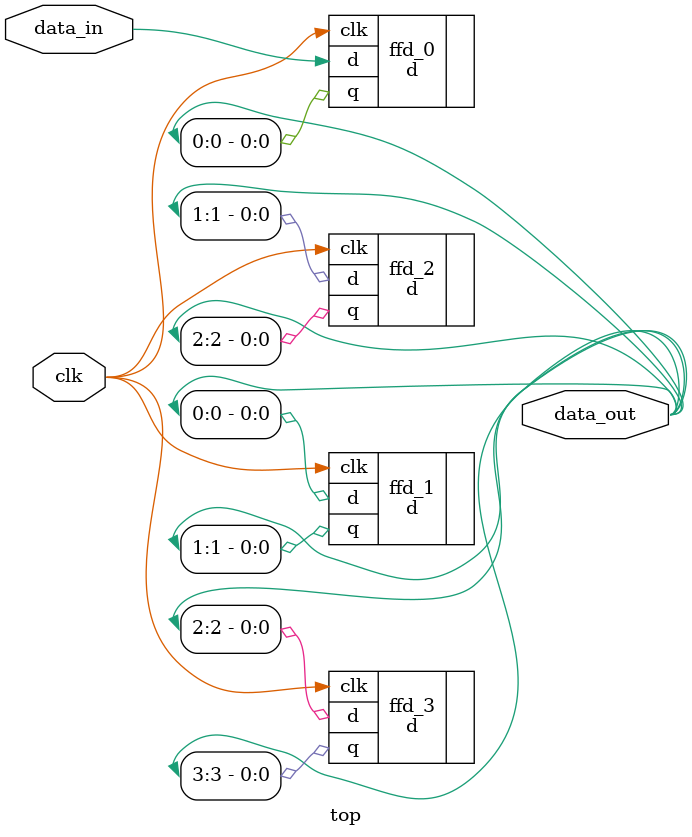
<source format=v>

module top (
    input wire clk,
    input wire data_in,
    output wire [3:0] data_out
);


d ffd_0 (
    .clk(clk),
    .d(data_in),
    .q(data_out[0])
);

d ffd_1 (
    .clk(clk),
    .d(data_out[0]),
    .q(data_out[1])
);

d ffd_2 (
    .clk(clk),
    .d(data_out[1]),
    .q(data_out[2])
);

d ffd_3 (
    .clk(clk),
    .d(data_out[2]),
    .q(data_out[3])
);




endmodule
</source>
